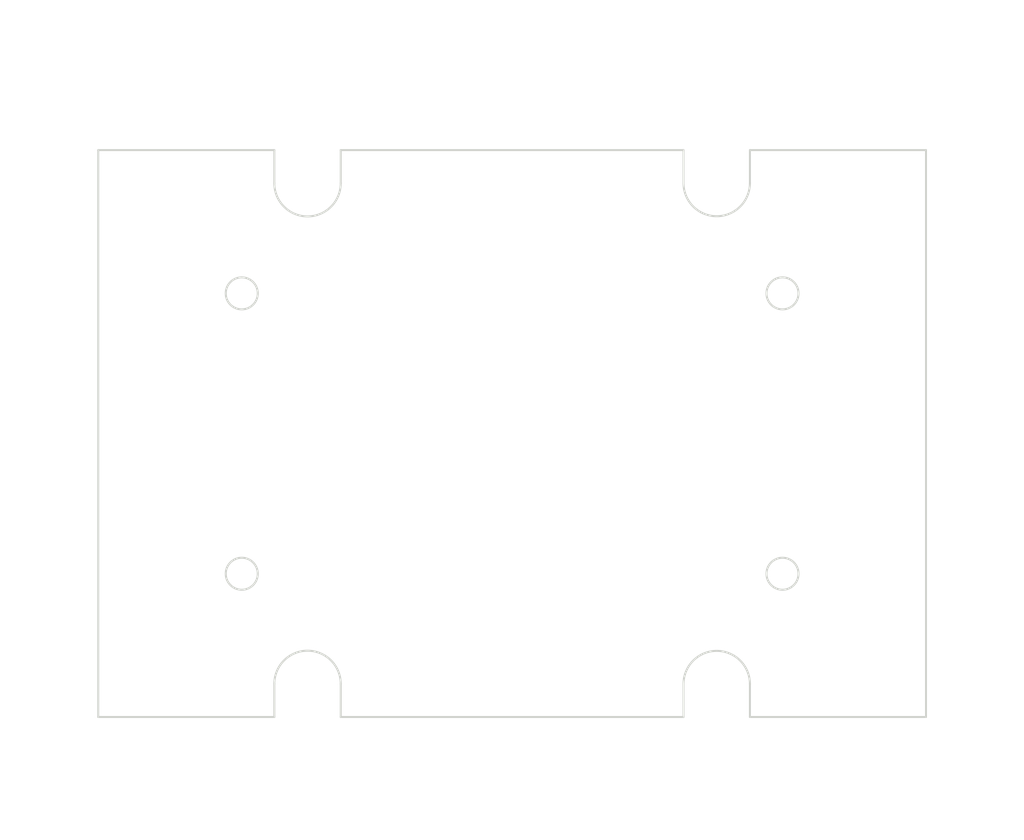
<source format=kicad_pcb>
(kicad_pcb (version 20171130) (host pcbnew "(5.1.0)-1")

  (general
    (thickness 1.6)
    (drawings 66)
    (tracks 0)
    (zones 0)
    (modules 0)
    (nets 1)
  )

  (page A4)
  (layers
    (0 F.Cu signal)
    (31 B.Cu signal)
    (32 B.Adhes user)
    (33 F.Adhes user)
    (34 B.Paste user)
    (35 F.Paste user)
    (36 B.SilkS user)
    (37 F.SilkS user)
    (38 B.Mask user)
    (39 F.Mask user)
    (40 Dwgs.User user)
    (41 Cmts.User user)
    (42 Eco1.User user)
    (43 Eco2.User user)
    (44 Edge.Cuts user)
    (45 Margin user)
    (46 B.CrtYd user)
    (47 F.CrtYd user)
    (48 B.Fab user)
    (49 F.Fab user)
  )

  (setup
    (last_trace_width 0.25)
    (trace_clearance 0.2)
    (zone_clearance 0.508)
    (zone_45_only no)
    (trace_min 0.2)
    (via_size 0.8)
    (via_drill 0.4)
    (via_min_size 0.4)
    (via_min_drill 0.3)
    (uvia_size 0.3)
    (uvia_drill 0.1)
    (uvias_allowed no)
    (uvia_min_size 0.2)
    (uvia_min_drill 0.1)
    (edge_width 0.05)
    (segment_width 0.2)
    (pcb_text_width 0.3)
    (pcb_text_size 1.5 1.5)
    (mod_edge_width 0.12)
    (mod_text_size 1 1)
    (mod_text_width 0.15)
    (pad_size 1.524 1.524)
    (pad_drill 0.762)
    (pad_to_mask_clearance 0.051)
    (solder_mask_min_width 0.25)
    (aux_axis_origin 0 0)
    (visible_elements FFFFFF7F)
    (pcbplotparams
      (layerselection 0x010fc_ffffffff)
      (usegerberextensions false)
      (usegerberattributes false)
      (usegerberadvancedattributes false)
      (creategerberjobfile false)
      (excludeedgelayer true)
      (linewidth 0.152400)
      (plotframeref false)
      (viasonmask false)
      (mode 1)
      (useauxorigin false)
      (hpglpennumber 1)
      (hpglpenspeed 20)
      (hpglpendiameter 15.000000)
      (psnegative false)
      (psa4output false)
      (plotreference true)
      (plotvalue true)
      (plotinvisibletext false)
      (padsonsilk false)
      (subtractmaskfromsilk false)
      (outputformat 1)
      (mirror false)
      (drillshape 1)
      (scaleselection 1)
      (outputdirectory ""))
  )

  (net 0 "")

  (net_class Default "This is the default net class."
    (clearance 0.2)
    (trace_width 0.25)
    (via_dia 0.8)
    (via_drill 0.4)
    (uvia_dia 0.3)
    (uvia_drill 0.1)
  )

  (gr_line (start 113.645497 131.380487) (end 113.645497 74.769234) (layer Edge.Cuts) (width 0.2))
  (gr_line (start 131.229405 131.380487) (end 113.645497 131.380487) (layer Edge.Cuts) (width 0.2))
  (gr_line (start 131.229405 128.074861) (end 131.229405 131.380487) (layer Edge.Cuts) (width 0.2))
  (gr_arc (start 134.545497 128.074861) (end 137.861589 128.074861) (angle -180) (layer Edge.Cuts) (width 0.2))
  (gr_line (start 137.861589 131.380487) (end 137.861589 128.074861) (layer Edge.Cuts) (width 0.2))
  (gr_line (start 172.091371 131.380487) (end 137.861589 131.380487) (layer Edge.Cuts) (width 0.2))
  (gr_line (start 172.091371 128.074861) (end 172.091371 131.380487) (layer Edge.Cuts) (width 0.2))
  (gr_arc (start 175.407463 128.074861) (end 178.723555 128.074861) (angle -180) (layer Edge.Cuts) (width 0.2))
  (gr_line (start 178.723555 131.380487) (end 178.723555 128.074861) (layer Edge.Cuts) (width 0.2))
  (gr_line (start 196.307463 131.380487) (end 178.723555 131.380487) (layer Edge.Cuts) (width 0.2))
  (gr_line (start 196.307463 74.769234) (end 196.307463 131.380487) (layer Edge.Cuts) (width 0.2))
  (gr_line (start 178.723555 74.769234) (end 196.307463 74.769234) (layer Edge.Cuts) (width 0.2))
  (gr_line (start 178.723555 78.074861) (end 178.723555 74.769234) (layer Edge.Cuts) (width 0.2))
  (gr_arc (start 175.407463 78.074861) (end 172.091371 78.074861) (angle -180) (layer Edge.Cuts) (width 0.2))
  (gr_line (start 172.091371 74.769234) (end 172.091371 78.074861) (layer Edge.Cuts) (width 0.2))
  (gr_line (start 137.861589 74.769234) (end 172.091371 74.769234) (layer Edge.Cuts) (width 0.2))
  (gr_line (start 137.861589 78.074861) (end 137.861589 74.769234) (layer Edge.Cuts) (width 0.2))
  (gr_arc (start 134.545497 78.074861) (end 131.229405 78.074861) (angle -180) (layer Edge.Cuts) (width 0.2))
  (gr_line (start 131.229405 74.769234) (end 131.229405 78.074861) (layer Edge.Cuts) (width 0.2))
  (gr_line (start 113.645497 74.769234) (end 131.229405 74.769234) (layer Edge.Cuts) (width 0.2))
  (gr_circle (center 181.97648 117.074861) (end 183.57648 117.074861) (layer Edge.Cuts) (width 0.2))
  (gr_circle (center 127.97648 117.074861) (end 129.57648 117.074861) (layer Edge.Cuts) (width 0.2))
  (gr_circle (center 127.97648 89.074861) (end 129.57648 89.074861) (layer Edge.Cuts) (width 0.2))
  (gr_circle (center 181.97648 89.074861) (end 183.57648 89.074861) (layer Edge.Cuts) (width 0.2))
  (gr_text [1.10] (at 202.067843 104.964322) (layer Dwgs.User)
    (effects (font (size 1.7 1.53) (thickness 0.2125)))
  )
  (gr_text " 28.00" (at 202.067843 101.406887) (layer Dwgs.User)
    (effects (font (size 1.7 1.53) (thickness 0.2125)))
  )
  (gr_line (start 202.067843 115.074861) (end 202.067843 106.632296) (layer Dwgs.User) (width 0.2))
  (gr_line (start 202.067843 91.074861) (end 202.067843 99.517425) (layer Dwgs.User) (width 0.2))
  (gr_line (start 184.57648 117.074861) (end 205.242843 117.074861) (layer Dwgs.User) (width 0.2))
  (gr_line (start 182.97648 89.074861) (end 205.242843 89.074861) (layer Dwgs.User) (width 0.2))
  (gr_text [2.13] (at 154.97648 142.284173) (layer Dwgs.User)
    (effects (font (size 1.7 1.53) (thickness 0.2125)))
  )
  (gr_text " 54.00" (at 154.97648 138.726738) (layer Dwgs.User)
    (effects (font (size 1.7 1.53) (thickness 0.2125)))
  )
  (gr_line (start 129.97648 140.394712) (end 150.931869 140.394712) (layer Dwgs.User) (width 0.2))
  (gr_line (start 179.97648 140.394712) (end 159.021091 140.394712) (layer Dwgs.User) (width 0.2))
  (gr_line (start 127.97648 118.074861) (end 127.97648 143.569712) (layer Dwgs.User) (width 0.2))
  (gr_line (start 181.97648 118.074861) (end 181.97648 143.569712) (layer Dwgs.User) (width 0.2))
  (gr_text [2.23] (at 107.860984 104.964322) (layer Dwgs.User)
    (effects (font (size 1.7 1.53) (thickness 0.2125)))
  )
  (gr_text " 56.61" (at 107.860984 101.406887) (layer Dwgs.User)
    (effects (font (size 1.7 1.53) (thickness 0.2125)))
  )
  (gr_line (start 107.860984 76.769234) (end 107.860984 99.517425) (layer Dwgs.User) (width 0.2))
  (gr_line (start 107.860984 129.380487) (end 107.860984 106.632296) (layer Dwgs.User) (width 0.2))
  (gr_line (start 112.645497 74.769234) (end 104.685984 74.769234) (layer Dwgs.User) (width 0.2))
  (gr_line (start 112.645497 131.380487) (end 104.685984 131.380487) (layer Dwgs.User) (width 0.2))
  (gr_text [.13] (at 151.99603 70.813018) (layer Dwgs.User)
    (effects (font (size 1.7 1.53) (thickness 0.2125)))
  )
  (gr_text " 3.31" (at 151.99603 67.255003) (layer Dwgs.User)
    (effects (font (size 1.7 1.53) (thickness 0.2125)))
  )
  (gr_line (start 146.773008 68.923557) (end 148.773008 68.923557) (layer Dwgs.User) (width 0.2))
  (gr_line (start 146.773008 72.769234) (end 146.773008 68.923557) (layer Dwgs.User) (width 0.2))
  (gr_line (start 146.773008 80.074861) (end 146.773008 82.074861) (layer Dwgs.User) (width 0.2))
  (gr_line (start 135.545497 78.074861) (end 149.948008 78.074861) (layer Dwgs.User) (width 0.2))
  (gr_text [.26] (at 143.727024 70.305719) (layer Dwgs.User)
    (effects (font (size 1.7 1.53) (thickness 0.2125)))
  )
  (gr_text " 6.63" (at 143.727024 66.747704) (layer Dwgs.User)
    (effects (font (size 1.7 1.53) (thickness 0.2125)))
  )
  (gr_line (start 137.861589 68.416258) (end 140.339916 68.416258) (layer Dwgs.User) (width 0.2))
  (gr_line (start 133.229405 68.416258) (end 135.861589 68.416258) (layer Dwgs.User) (width 0.2))
  (gr_line (start 131.229405 73.769234) (end 131.229405 65.241258) (layer Dwgs.User) (width 0.2))
  (gr_line (start 137.861589 73.769234) (end 137.861589 65.241258) (layer Dwgs.User) (width 0.2))
  (gr_text [.69] (at 122.437451 70.221776) (layer Dwgs.User)
    (effects (font (size 1.7 1.53) (thickness 0.2125)))
  )
  (gr_text " 17.58" (at 122.437451 66.66434) (layer Dwgs.User)
    (effects (font (size 1.7 1.53) (thickness 0.2125)))
  )
  (gr_line (start 129.229405 68.332315) (end 126.486701 68.332315) (layer Dwgs.User) (width 0.2))
  (gr_line (start 115.645497 68.332315) (end 118.388202 68.332315) (layer Dwgs.User) (width 0.2))
  (gr_line (start 131.229405 73.769234) (end 131.229405 65.157315) (layer Dwgs.User) (width 0.2))
  (gr_line (start 113.645497 73.769234) (end 113.645497 65.157315) (layer Dwgs.User) (width 0.2))
  (gr_text [3.25] (at 162.721789 64.94284) (layer Dwgs.User)
    (effects (font (size 1.7 1.53) (thickness 0.2125)))
  )
  (gr_text " 82.66" (at 162.721789 61.385405) (layer Dwgs.User)
    (effects (font (size 1.7 1.53) (thickness 0.2125)))
  )
  (gr_line (start 194.307463 63.053379) (end 166.768719 63.053379) (layer Dwgs.User) (width 0.2))
  (gr_line (start 115.645497 63.053379) (end 158.674858 63.053379) (layer Dwgs.User) (width 0.2))
  (gr_line (start 196.307463 73.769234) (end 196.307463 59.878379) (layer Dwgs.User) (width 0.2))
  (gr_line (start 113.645497 73.769234) (end 113.645497 59.878379) (layer Dwgs.User) (width 0.2))

)

</source>
